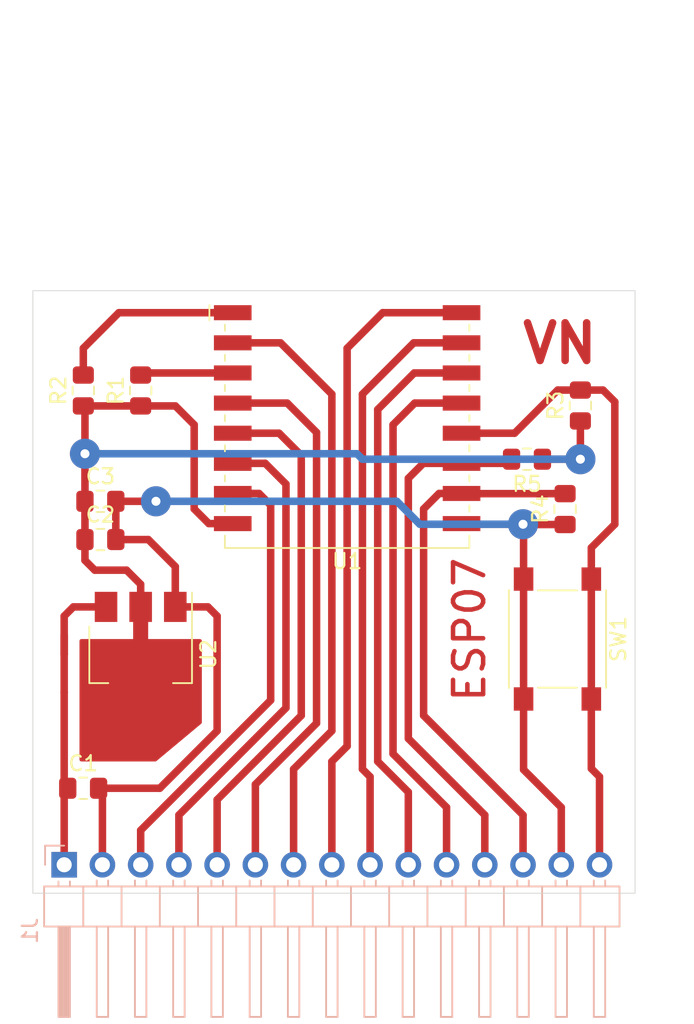
<source format=kicad_pcb>
(kicad_pcb (version 20171130) (host pcbnew "(5.1.6)-1")

  (general
    (thickness 1.6)
    (drawings 8)
    (tracks 137)
    (zones 0)
    (modules 12)
    (nets 18)
  )

  (page A4)
  (layers
    (0 F.Cu signal)
    (31 B.Cu signal)
    (32 B.Adhes user)
    (33 F.Adhes user)
    (34 B.Paste user)
    (35 F.Paste user)
    (36 B.SilkS user)
    (37 F.SilkS user)
    (38 B.Mask user)
    (39 F.Mask user)
    (40 Dwgs.User user)
    (41 Cmts.User user)
    (42 Eco1.User user)
    (43 Eco2.User user)
    (44 Edge.Cuts user)
    (45 Margin user)
    (46 B.CrtYd user)
    (47 F.CrtYd user)
    (48 B.Fab user)
    (49 F.Fab user)
  )

  (setup
    (last_trace_width 0.5)
    (user_trace_width 0.3)
    (user_trace_width 0.5)
    (user_trace_width 1)
    (trace_clearance 0.2)
    (zone_clearance 0.508)
    (zone_45_only no)
    (trace_min 0.2)
    (via_size 0.8)
    (via_drill 0.4)
    (via_min_size 0.4)
    (via_min_drill 0.3)
    (user_via 2 0.6)
    (uvia_size 0.3)
    (uvia_drill 0.1)
    (uvias_allowed no)
    (uvia_min_size 0.2)
    (uvia_min_drill 0.1)
    (edge_width 0.05)
    (segment_width 0.2)
    (pcb_text_width 0.3)
    (pcb_text_size 1.5 1.5)
    (mod_edge_width 0.12)
    (mod_text_size 1 1)
    (mod_text_width 0.15)
    (pad_size 1.524 1.524)
    (pad_drill 0.762)
    (pad_to_mask_clearance 0.05)
    (aux_axis_origin 130 120)
    (grid_origin 130 120)
    (visible_elements FFFFFF7F)
    (pcbplotparams
      (layerselection 0x00000_7fffffff)
      (usegerberextensions false)
      (usegerberattributes true)
      (usegerberadvancedattributes true)
      (creategerberjobfile true)
      (excludeedgelayer false)
      (linewidth 0.100000)
      (plotframeref false)
      (viasonmask false)
      (mode 1)
      (useauxorigin false)
      (hpglpennumber 1)
      (hpglpenspeed 20)
      (hpglpendiameter 15.000000)
      (psnegative false)
      (psa4output false)
      (plotreference true)
      (plotvalue true)
      (plotinvisibletext false)
      (padsonsilk false)
      (subtractmaskfromsilk false)
      (outputformat 5)
      (mirror true)
      (drillshape 1)
      (scaleselection 1)
      (outputdirectory "toner_transfer_svg/"))
  )

  (net 0 "")
  (net 1 GND)
  (net 2 +5V)
  (net 3 +3V3)
  (net 4 /GPIO0)
  (net 5 /GPIO1)
  (net 6 /GPIO2)
  (net 7 /GPIO3)
  (net 8 /GPIO4)
  (net 9 /GPIO5)
  (net 10 /GPIO12)
  (net 11 /GPIO13)
  (net 12 /GPIO14)
  (net 13 /GPIO15)
  (net 14 /GPIO16)
  (net 15 /ADC)
  (net 16 /EN)
  (net 17 /~RST)

  (net_class Default "This is the default net class."
    (clearance 0.2)
    (trace_width 0.25)
    (via_dia 0.8)
    (via_drill 0.4)
    (uvia_dia 0.3)
    (uvia_drill 0.1)
    (add_net +3V3)
    (add_net +5V)
    (add_net /ADC)
    (add_net /EN)
    (add_net /GPIO0)
    (add_net /GPIO1)
    (add_net /GPIO12)
    (add_net /GPIO13)
    (add_net /GPIO14)
    (add_net /GPIO15)
    (add_net /GPIO16)
    (add_net /GPIO2)
    (add_net /GPIO3)
    (add_net /GPIO4)
    (add_net /GPIO5)
    (add_net /~RST)
    (add_net GND)
  )

  (module RF_Module:ESP-07 (layer F.Cu) (tedit 5B1D6972) (tstamp 5F616E2A)
    (at 150.876 86.36)
    (descr "Wi-Fi Module, http://wiki.ai-thinker.com/_media/esp8266/docs/a007ps01a2_esp-07_product_specification_v1.2.pdf")
    (tags "Wi-Fi Module")
    (path /5F5FBE12)
    (attr smd)
    (fp_text reference U1 (at 0 11.6) (layer F.SilkS)
      (effects (font (size 1 1) (thickness 0.15)))
    )
    (fp_text value ESP-07 (at 0 9.6) (layer F.Fab)
      (effects (font (size 1 1) (thickness 0.15)))
    )
    (fp_text user "No metal, traces, or components\non any PCB layer if using on-board antenna" (at 0 -14.3 180) (layer Cmts.User)
      (effects (font (size 0.8 0.8) (thickness 0.12)))
    )
    (fp_text user "KEEP-OUT ZONE" (at 0 -17.3 180) (layer Cmts.User)
      (effects (font (size 1 1) (thickness 0.15)))
    )
    (fp_text user %R (at 0 0) (layer F.Fab)
      (effects (font (size 1 1) (thickness 0.15)))
    )
    (fp_line (start 8.12 -3.7) (end 8.12 -4.1) (layer F.SilkS) (width 0.12))
    (fp_line (start -8.12 -3.7) (end -8.12 -4.1) (layer F.SilkS) (width 0.12))
    (fp_line (start 8.12 -1.7) (end 8.12 -2.1) (layer F.SilkS) (width 0.12))
    (fp_line (start -8.12 -1.7) (end -8.12 -2.1) (layer F.SilkS) (width 0.12))
    (fp_line (start 8.12 0.3) (end 8.12 -0.1) (layer F.SilkS) (width 0.12))
    (fp_line (start -8.12 0.3) (end -8.12 -0.1) (layer F.SilkS) (width 0.12))
    (fp_line (start 8.12 2.3) (end 8.12 1.9) (layer F.SilkS) (width 0.12))
    (fp_line (start -8.12 2.3) (end -8.12 1.9) (layer F.SilkS) (width 0.12))
    (fp_line (start 8.12 4.3) (end 8.12 3.9) (layer F.SilkS) (width 0.12))
    (fp_line (start -8.12 4.3) (end -8.12 3.9) (layer F.SilkS) (width 0.12))
    (fp_line (start 8.12 6.3) (end 8.12 5.9) (layer F.SilkS) (width 0.12))
    (fp_line (start -8.12 6.3) (end -8.12 5.9) (layer F.SilkS) (width 0.12))
    (fp_line (start 8.12 8.3) (end 8.12 7.9) (layer F.SilkS) (width 0.12))
    (fp_line (start -8.12 8.3) (end -8.12 7.9) (layer F.SilkS) (width 0.12))
    (fp_line (start 23 -8.6) (end 20.4 -6) (layer Dwgs.User) (width 0.12))
    (fp_line (start 23 -11.6) (end 17.4 -6) (layer Dwgs.User) (width 0.12))
    (fp_line (start 23 -14.6) (end 14.4 -6) (layer Dwgs.User) (width 0.12))
    (fp_line (start 23 -17.6) (end 11.4 -6) (layer Dwgs.User) (width 0.12))
    (fp_line (start 23 -20.6) (end 8.4 -6) (layer Dwgs.User) (width 0.12))
    (fp_line (start 5.4 -6) (end 23 -23.6) (layer Dwgs.User) (width 0.12))
    (fp_line (start 19 -25.6) (end -0.6 -6) (layer Dwgs.User) (width 0.12))
    (fp_line (start 16 -25.6) (end -3.6 -6) (layer Dwgs.User) (width 0.12))
    (fp_line (start 2.4 -6) (end 22 -25.6) (layer Dwgs.User) (width 0.12))
    (fp_line (start 7 -25.6) (end -12.6 -6) (layer Dwgs.User) (width 0.12))
    (fp_line (start 10 -25.6) (end -9.6 -6) (layer Dwgs.User) (width 0.12))
    (fp_line (start -6.6 -6) (end 13 -25.6) (layer Dwgs.User) (width 0.12))
    (fp_line (start -15.6 -6) (end 4 -25.6) (layer Dwgs.User) (width 0.12))
    (fp_line (start 1 -25.6) (end -18.6 -6) (layer Dwgs.User) (width 0.12))
    (fp_line (start -2 -25.6) (end -21.6 -6) (layer Dwgs.User) (width 0.12))
    (fp_line (start -5 -25.6) (end -23 -7.6) (layer Dwgs.User) (width 0.12))
    (fp_line (start -8 -25.6) (end -23 -10.6) (layer Dwgs.User) (width 0.12))
    (fp_line (start -11 -25.6) (end -23 -13.6) (layer Dwgs.User) (width 0.12))
    (fp_line (start -14 -25.6) (end -23 -16.6) (layer Dwgs.User) (width 0.12))
    (fp_line (start -17 -25.6) (end -23 -19.6) (layer Dwgs.User) (width 0.12))
    (fp_line (start -20 -25.6) (end -23 -22.6) (layer Dwgs.User) (width 0.12))
    (fp_line (start 23 -6) (end 23 -25.6) (layer Dwgs.User) (width 0.12))
    (fp_line (start 23 -6) (end -23 -6) (layer Dwgs.User) (width 0.12))
    (fp_line (start -23 -25.6) (end -23 -6) (layer Dwgs.User) (width 0.12))
    (fp_line (start -23 -25.6) (end 23 -25.6) (layer Dwgs.User) (width 0.12))
    (fp_line (start -9.15 -5.4) (end -9.15 -4.4) (layer F.SilkS) (width 0.12))
    (fp_line (start -8.12 10.72) (end -8.12 9.9) (layer F.SilkS) (width 0.12))
    (fp_line (start 8.12 10.72) (end -8.12 10.72) (layer F.SilkS) (width 0.12))
    (fp_line (start 8.12 9.9) (end 8.12 10.72) (layer F.SilkS) (width 0.12))
    (fp_line (start -9.1 10.85) (end -9.1 -10.85) (layer F.CrtYd) (width 0.05))
    (fp_line (start 9.1 10.85) (end -9.1 10.85) (layer F.CrtYd) (width 0.05))
    (fp_line (start 9.1 -10.85) (end 9.1 10.85) (layer F.CrtYd) (width 0.05))
    (fp_line (start -9.1 -10.85) (end 9.1 -10.85) (layer F.CrtYd) (width 0.05))
    (fp_line (start -8 -5.4) (end -8 -10.6) (layer F.Fab) (width 0.1))
    (fp_line (start -7.5 -4.9) (end -8 -5.4) (layer F.Fab) (width 0.1))
    (fp_line (start -8 -4.4) (end -7.5 -4.9) (layer F.Fab) (width 0.1))
    (fp_line (start -8 10.6) (end -8 -4.4) (layer F.Fab) (width 0.1))
    (fp_line (start 8 10.6) (end -8 10.6) (layer F.Fab) (width 0.1))
    (fp_line (start 8 -10.6) (end 8 10.6) (layer F.Fab) (width 0.1))
    (fp_line (start -8 -10.6) (end 8 -10.6) (layer F.Fab) (width 0.1))
    (pad 1 smd rect (at -7.6 -4.9) (size 2.5 1) (layers F.Cu F.Paste F.Mask)
      (net 17 /~RST))
    (pad 2 smd rect (at -7.6 -2.9) (size 2.5 1) (layers F.Cu F.Paste F.Mask)
      (net 15 /ADC))
    (pad 3 smd rect (at -7.6 -0.9) (size 2.5 1) (layers F.Cu F.Paste F.Mask)
      (net 16 /EN))
    (pad 4 smd rect (at -7.6 1.1) (size 2.5 1) (layers F.Cu F.Paste F.Mask)
      (net 14 /GPIO16))
    (pad 5 smd rect (at -7.6 3.1) (size 2.5 1) (layers F.Cu F.Paste F.Mask)
      (net 12 /GPIO14))
    (pad 6 smd rect (at -7.6 5.1) (size 2.5 1) (layers F.Cu F.Paste F.Mask)
      (net 10 /GPIO12))
    (pad 7 smd rect (at -7.6 7.1) (size 2.5 1) (layers F.Cu F.Paste F.Mask)
      (net 11 /GPIO13))
    (pad 8 smd rect (at -7.6 9.1) (size 2.5 1) (layers F.Cu F.Paste F.Mask)
      (net 3 +3V3))
    (pad 9 smd rect (at 7.6 9.1) (size 2.5 1) (layers F.Cu F.Paste F.Mask)
      (net 1 GND))
    (pad 10 smd rect (at 7.6 7.1) (size 2.5 1) (layers F.Cu F.Paste F.Mask)
      (net 13 /GPIO15))
    (pad 11 smd rect (at 7.6 5.1) (size 2.5 1) (layers F.Cu F.Paste F.Mask)
      (net 6 /GPIO2))
    (pad 12 smd rect (at 7.6 3.1) (size 2.5 1) (layers F.Cu F.Paste F.Mask)
      (net 4 /GPIO0))
    (pad 13 smd rect (at 7.6 1.1) (size 2.5 1) (layers F.Cu F.Paste F.Mask)
      (net 8 /GPIO4))
    (pad 14 smd rect (at 7.6 -0.9) (size 2.5 1) (layers F.Cu F.Paste F.Mask)
      (net 9 /GPIO5))
    (pad 15 smd rect (at 7.6 -2.9) (size 2.5 1) (layers F.Cu F.Paste F.Mask)
      (net 7 /GPIO3))
    (pad 16 smd rect (at 7.6 -4.9) (size 2.5 1) (layers F.Cu F.Paste F.Mask)
      (net 5 /GPIO1))
    (model ${KISYS3DMOD}/RF_Module.3dshapes/ESP-07.wrl
      (at (xyz 0 0 0))
      (scale (xyz 1 1 1))
      (rotate (xyz 0 0 0))
    )
  )

  (module Package_TO_SOT_SMD:SOT-223-3_TabPin2 (layer F.Cu) (tedit 5A02FF57) (tstamp 5F613A5D)
    (at 137.16 104.14 270)
    (descr "module CMS SOT223 4 pins")
    (tags "CMS SOT")
    (path /5F608F2D)
    (attr smd)
    (fp_text reference U2 (at 0 -4.5 90) (layer F.SilkS)
      (effects (font (size 1 1) (thickness 0.15)))
    )
    (fp_text value LD1117S33TR_SOT223 (at 0 4.5 90) (layer F.Fab)
      (effects (font (size 1 1) (thickness 0.15)))
    )
    (fp_text user %R (at 0 0) (layer F.Fab)
      (effects (font (size 0.8 0.8) (thickness 0.12)))
    )
    (fp_line (start 1.91 3.41) (end 1.91 2.15) (layer F.SilkS) (width 0.12))
    (fp_line (start 1.91 -3.41) (end 1.91 -2.15) (layer F.SilkS) (width 0.12))
    (fp_line (start 4.4 -3.6) (end -4.4 -3.6) (layer F.CrtYd) (width 0.05))
    (fp_line (start 4.4 3.6) (end 4.4 -3.6) (layer F.CrtYd) (width 0.05))
    (fp_line (start -4.4 3.6) (end 4.4 3.6) (layer F.CrtYd) (width 0.05))
    (fp_line (start -4.4 -3.6) (end -4.4 3.6) (layer F.CrtYd) (width 0.05))
    (fp_line (start -1.85 -2.35) (end -0.85 -3.35) (layer F.Fab) (width 0.1))
    (fp_line (start -1.85 -2.35) (end -1.85 3.35) (layer F.Fab) (width 0.1))
    (fp_line (start -1.85 3.41) (end 1.91 3.41) (layer F.SilkS) (width 0.12))
    (fp_line (start -0.85 -3.35) (end 1.85 -3.35) (layer F.Fab) (width 0.1))
    (fp_line (start -4.1 -3.41) (end 1.91 -3.41) (layer F.SilkS) (width 0.12))
    (fp_line (start -1.85 3.35) (end 1.85 3.35) (layer F.Fab) (width 0.1))
    (fp_line (start 1.85 -3.35) (end 1.85 3.35) (layer F.Fab) (width 0.1))
    (pad 1 smd rect (at -3.15 -2.3 270) (size 2 1.5) (layers F.Cu F.Paste F.Mask)
      (net 1 GND))
    (pad 3 smd rect (at -3.15 2.3 270) (size 2 1.5) (layers F.Cu F.Paste F.Mask)
      (net 2 +5V))
    (pad 2 smd rect (at -3.15 0 270) (size 2 1.5) (layers F.Cu F.Paste F.Mask)
      (net 3 +3V3))
    (pad 2 smd rect (at 3.15 0 270) (size 2 3.8) (layers F.Cu F.Paste F.Mask)
      (net 3 +3V3))
    (model ${KISYS3DMOD}/Package_TO_SOT_SMD.3dshapes/SOT-223.wrl
      (at (xyz 0 0 0))
      (scale (xyz 1 1 1))
      (rotate (xyz 0 0 0))
    )
  )

  (module Button_Switch_SMD:SW_SPST_PTS645 (layer F.Cu) (tedit 5A02FC95) (tstamp 5F611FDB)
    (at 164.846 103.124 270)
    (descr "C&K Components SPST SMD PTS645 Series 6mm Tact Switch")
    (tags "SPST Button Switch")
    (path /5F5FF000)
    (attr smd)
    (fp_text reference SW1 (at 0 -4.05 90) (layer F.SilkS)
      (effects (font (size 1 1) (thickness 0.15)))
    )
    (fp_text value FLASH (at 0 4.15 90) (layer F.Fab)
      (effects (font (size 1 1) (thickness 0.15)))
    )
    (fp_text user %R (at 0 -4.05 90) (layer F.Fab)
      (effects (font (size 1 1) (thickness 0.15)))
    )
    (fp_line (start -3 -3) (end -3 3) (layer F.Fab) (width 0.1))
    (fp_line (start -3 3) (end 3 3) (layer F.Fab) (width 0.1))
    (fp_line (start 3 3) (end 3 -3) (layer F.Fab) (width 0.1))
    (fp_line (start 3 -3) (end -3 -3) (layer F.Fab) (width 0.1))
    (fp_line (start 5.05 3.4) (end 5.05 -3.4) (layer F.CrtYd) (width 0.05))
    (fp_line (start -5.05 -3.4) (end -5.05 3.4) (layer F.CrtYd) (width 0.05))
    (fp_line (start -5.05 3.4) (end 5.05 3.4) (layer F.CrtYd) (width 0.05))
    (fp_line (start -5.05 -3.4) (end 5.05 -3.4) (layer F.CrtYd) (width 0.05))
    (fp_line (start 3.23 -3.23) (end 3.23 -3.2) (layer F.SilkS) (width 0.12))
    (fp_line (start 3.23 3.23) (end 3.23 3.2) (layer F.SilkS) (width 0.12))
    (fp_line (start -3.23 3.23) (end -3.23 3.2) (layer F.SilkS) (width 0.12))
    (fp_line (start -3.23 -3.2) (end -3.23 -3.23) (layer F.SilkS) (width 0.12))
    (fp_line (start 3.23 -1.3) (end 3.23 1.3) (layer F.SilkS) (width 0.12))
    (fp_line (start -3.23 -3.23) (end 3.23 -3.23) (layer F.SilkS) (width 0.12))
    (fp_line (start -3.23 -1.3) (end -3.23 1.3) (layer F.SilkS) (width 0.12))
    (fp_line (start -3.23 3.23) (end 3.23 3.23) (layer F.SilkS) (width 0.12))
    (fp_circle (center 0 0) (end 1.75 -0.05) (layer F.Fab) (width 0.1))
    (pad 2 smd rect (at 3.98 2.25 270) (size 1.55 1.3) (layers F.Cu F.Paste F.Mask)
      (net 1 GND))
    (pad 1 smd rect (at 3.98 -2.25 270) (size 1.55 1.3) (layers F.Cu F.Paste F.Mask)
      (net 4 /GPIO0))
    (pad 1 smd rect (at -3.98 -2.25 270) (size 1.55 1.3) (layers F.Cu F.Paste F.Mask)
      (net 4 /GPIO0))
    (pad 2 smd rect (at -3.98 2.25 270) (size 1.55 1.3) (layers F.Cu F.Paste F.Mask)
      (net 1 GND))
    (model ${KISYS3DMOD}/Button_Switch_SMD.3dshapes/SW_SPST_PTS645.wrl
      (at (xyz 0 0 0))
      (scale (xyz 1 1 1))
      (rotate (xyz 0 0 0))
    )
  )

  (module Resistor_SMD:R_0805_2012Metric_Pad1.15x1.40mm_HandSolder (layer F.Cu) (tedit 5B36C52B) (tstamp 5F611FC1)
    (at 162.823 91.186 180)
    (descr "Resistor SMD 0805 (2012 Metric), square (rectangular) end terminal, IPC_7351 nominal with elongated pad for handsoldering. (Body size source: https://docs.google.com/spreadsheets/d/1BsfQQcO9C6DZCsRaXUlFlo91Tg2WpOkGARC1WS5S8t0/edit?usp=sharing), generated with kicad-footprint-generator")
    (tags "resistor handsolder")
    (path /5F601A67)
    (attr smd)
    (fp_text reference R5 (at 0 -1.65) (layer F.SilkS)
      (effects (font (size 1 1) (thickness 0.15)))
    )
    (fp_text value 10K (at 0 1.65) (layer F.Fab)
      (effects (font (size 1 1) (thickness 0.15)))
    )
    (fp_text user %R (at 0 0) (layer F.Fab)
      (effects (font (size 0.5 0.5) (thickness 0.08)))
    )
    (fp_line (start -1 0.6) (end -1 -0.6) (layer F.Fab) (width 0.1))
    (fp_line (start -1 -0.6) (end 1 -0.6) (layer F.Fab) (width 0.1))
    (fp_line (start 1 -0.6) (end 1 0.6) (layer F.Fab) (width 0.1))
    (fp_line (start 1 0.6) (end -1 0.6) (layer F.Fab) (width 0.1))
    (fp_line (start -0.261252 -0.71) (end 0.261252 -0.71) (layer F.SilkS) (width 0.12))
    (fp_line (start -0.261252 0.71) (end 0.261252 0.71) (layer F.SilkS) (width 0.12))
    (fp_line (start -1.85 0.95) (end -1.85 -0.95) (layer F.CrtYd) (width 0.05))
    (fp_line (start -1.85 -0.95) (end 1.85 -0.95) (layer F.CrtYd) (width 0.05))
    (fp_line (start 1.85 -0.95) (end 1.85 0.95) (layer F.CrtYd) (width 0.05))
    (fp_line (start 1.85 0.95) (end -1.85 0.95) (layer F.CrtYd) (width 0.05))
    (pad 2 smd roundrect (at 1.025 0 180) (size 1.15 1.4) (layers F.Cu F.Paste F.Mask) (roundrect_rratio 0.217391)
      (net 6 /GPIO2))
    (pad 1 smd roundrect (at -1.025 0 180) (size 1.15 1.4) (layers F.Cu F.Paste F.Mask) (roundrect_rratio 0.217391)
      (net 3 +3V3))
    (model ${KISYS3DMOD}/Resistor_SMD.3dshapes/R_0805_2012Metric.wrl
      (at (xyz 0 0 0))
      (scale (xyz 1 1 1))
      (rotate (xyz 0 0 0))
    )
  )

  (module Resistor_SMD:R_0805_2012Metric_Pad1.15x1.40mm_HandSolder (layer F.Cu) (tedit 5B36C52B) (tstamp 5F611FB0)
    (at 165.354 94.497 90)
    (descr "Resistor SMD 0805 (2012 Metric), square (rectangular) end terminal, IPC_7351 nominal with elongated pad for handsoldering. (Body size source: https://docs.google.com/spreadsheets/d/1BsfQQcO9C6DZCsRaXUlFlo91Tg2WpOkGARC1WS5S8t0/edit?usp=sharing), generated with kicad-footprint-generator")
    (tags "resistor handsolder")
    (path /5F5FF9FB)
    (attr smd)
    (fp_text reference R4 (at 0 -1.65 90) (layer F.SilkS)
      (effects (font (size 1 1) (thickness 0.15)))
    )
    (fp_text value 10K (at 0 1.65 90) (layer F.Fab)
      (effects (font (size 1 1) (thickness 0.15)))
    )
    (fp_text user %R (at 0 0 90) (layer F.Fab)
      (effects (font (size 0.5 0.5) (thickness 0.08)))
    )
    (fp_line (start -1 0.6) (end -1 -0.6) (layer F.Fab) (width 0.1))
    (fp_line (start -1 -0.6) (end 1 -0.6) (layer F.Fab) (width 0.1))
    (fp_line (start 1 -0.6) (end 1 0.6) (layer F.Fab) (width 0.1))
    (fp_line (start 1 0.6) (end -1 0.6) (layer F.Fab) (width 0.1))
    (fp_line (start -0.261252 -0.71) (end 0.261252 -0.71) (layer F.SilkS) (width 0.12))
    (fp_line (start -0.261252 0.71) (end 0.261252 0.71) (layer F.SilkS) (width 0.12))
    (fp_line (start -1.85 0.95) (end -1.85 -0.95) (layer F.CrtYd) (width 0.05))
    (fp_line (start -1.85 -0.95) (end 1.85 -0.95) (layer F.CrtYd) (width 0.05))
    (fp_line (start 1.85 -0.95) (end 1.85 0.95) (layer F.CrtYd) (width 0.05))
    (fp_line (start 1.85 0.95) (end -1.85 0.95) (layer F.CrtYd) (width 0.05))
    (pad 2 smd roundrect (at 1.025 0 90) (size 1.15 1.4) (layers F.Cu F.Paste F.Mask) (roundrect_rratio 0.217391)
      (net 13 /GPIO15))
    (pad 1 smd roundrect (at -1.025 0 90) (size 1.15 1.4) (layers F.Cu F.Paste F.Mask) (roundrect_rratio 0.217391)
      (net 1 GND))
    (model ${KISYS3DMOD}/Resistor_SMD.3dshapes/R_0805_2012Metric.wrl
      (at (xyz 0 0 0))
      (scale (xyz 1 1 1))
      (rotate (xyz 0 0 0))
    )
  )

  (module Resistor_SMD:R_0805_2012Metric_Pad1.15x1.40mm_HandSolder (layer F.Cu) (tedit 5B36C52B) (tstamp 5F615B14)
    (at 166.37 87.621 90)
    (descr "Resistor SMD 0805 (2012 Metric), square (rectangular) end terminal, IPC_7351 nominal with elongated pad for handsoldering. (Body size source: https://docs.google.com/spreadsheets/d/1BsfQQcO9C6DZCsRaXUlFlo91Tg2WpOkGARC1WS5S8t0/edit?usp=sharing), generated with kicad-footprint-generator")
    (tags "resistor handsolder")
    (path /5F5FDF46)
    (attr smd)
    (fp_text reference R3 (at 0 -1.65 90) (layer F.SilkS)
      (effects (font (size 1 1) (thickness 0.15)))
    )
    (fp_text value 10K (at 0 1.65 90) (layer F.Fab)
      (effects (font (size 1 1) (thickness 0.15)))
    )
    (fp_text user %R (at 0 0 90) (layer F.Fab)
      (effects (font (size 0.5 0.5) (thickness 0.08)))
    )
    (fp_line (start -1 0.6) (end -1 -0.6) (layer F.Fab) (width 0.1))
    (fp_line (start -1 -0.6) (end 1 -0.6) (layer F.Fab) (width 0.1))
    (fp_line (start 1 -0.6) (end 1 0.6) (layer F.Fab) (width 0.1))
    (fp_line (start 1 0.6) (end -1 0.6) (layer F.Fab) (width 0.1))
    (fp_line (start -0.261252 -0.71) (end 0.261252 -0.71) (layer F.SilkS) (width 0.12))
    (fp_line (start -0.261252 0.71) (end 0.261252 0.71) (layer F.SilkS) (width 0.12))
    (fp_line (start -1.85 0.95) (end -1.85 -0.95) (layer F.CrtYd) (width 0.05))
    (fp_line (start -1.85 -0.95) (end 1.85 -0.95) (layer F.CrtYd) (width 0.05))
    (fp_line (start 1.85 -0.95) (end 1.85 0.95) (layer F.CrtYd) (width 0.05))
    (fp_line (start 1.85 0.95) (end -1.85 0.95) (layer F.CrtYd) (width 0.05))
    (pad 2 smd roundrect (at 1.025 0 90) (size 1.15 1.4) (layers F.Cu F.Paste F.Mask) (roundrect_rratio 0.217391)
      (net 4 /GPIO0))
    (pad 1 smd roundrect (at -1.025 0 90) (size 1.15 1.4) (layers F.Cu F.Paste F.Mask) (roundrect_rratio 0.217391)
      (net 3 +3V3))
    (model ${KISYS3DMOD}/Resistor_SMD.3dshapes/R_0805_2012Metric.wrl
      (at (xyz 0 0 0))
      (scale (xyz 1 1 1))
      (rotate (xyz 0 0 0))
    )
  )

  (module Resistor_SMD:R_0805_2012Metric_Pad1.15x1.40mm_HandSolder (layer F.Cu) (tedit 5B36C52B) (tstamp 5F611F8E)
    (at 133.35 86.623 90)
    (descr "Resistor SMD 0805 (2012 Metric), square (rectangular) end terminal, IPC_7351 nominal with elongated pad for handsoldering. (Body size source: https://docs.google.com/spreadsheets/d/1BsfQQcO9C6DZCsRaXUlFlo91Tg2WpOkGARC1WS5S8t0/edit?usp=sharing), generated with kicad-footprint-generator")
    (tags "resistor handsolder")
    (path /5F6065BB)
    (attr smd)
    (fp_text reference R2 (at 0 -1.65 90) (layer F.SilkS)
      (effects (font (size 1 1) (thickness 0.15)))
    )
    (fp_text value 10K (at 0 1.65 90) (layer F.Fab)
      (effects (font (size 1 1) (thickness 0.15)))
    )
    (fp_text user %R (at 0 0 90) (layer F.Fab)
      (effects (font (size 0.5 0.5) (thickness 0.08)))
    )
    (fp_line (start -1 0.6) (end -1 -0.6) (layer F.Fab) (width 0.1))
    (fp_line (start -1 -0.6) (end 1 -0.6) (layer F.Fab) (width 0.1))
    (fp_line (start 1 -0.6) (end 1 0.6) (layer F.Fab) (width 0.1))
    (fp_line (start 1 0.6) (end -1 0.6) (layer F.Fab) (width 0.1))
    (fp_line (start -0.261252 -0.71) (end 0.261252 -0.71) (layer F.SilkS) (width 0.12))
    (fp_line (start -0.261252 0.71) (end 0.261252 0.71) (layer F.SilkS) (width 0.12))
    (fp_line (start -1.85 0.95) (end -1.85 -0.95) (layer F.CrtYd) (width 0.05))
    (fp_line (start -1.85 -0.95) (end 1.85 -0.95) (layer F.CrtYd) (width 0.05))
    (fp_line (start 1.85 -0.95) (end 1.85 0.95) (layer F.CrtYd) (width 0.05))
    (fp_line (start 1.85 0.95) (end -1.85 0.95) (layer F.CrtYd) (width 0.05))
    (pad 2 smd roundrect (at 1.025 0 90) (size 1.15 1.4) (layers F.Cu F.Paste F.Mask) (roundrect_rratio 0.217391)
      (net 17 /~RST))
    (pad 1 smd roundrect (at -1.025 0 90) (size 1.15 1.4) (layers F.Cu F.Paste F.Mask) (roundrect_rratio 0.217391)
      (net 3 +3V3))
    (model ${KISYS3DMOD}/Resistor_SMD.3dshapes/R_0805_2012Metric.wrl
      (at (xyz 0 0 0))
      (scale (xyz 1 1 1))
      (rotate (xyz 0 0 0))
    )
  )

  (module Resistor_SMD:R_0805_2012Metric_Pad1.15x1.40mm_HandSolder (layer F.Cu) (tedit 5B36C52B) (tstamp 5F611F7D)
    (at 137.16 86.623 90)
    (descr "Resistor SMD 0805 (2012 Metric), square (rectangular) end terminal, IPC_7351 nominal with elongated pad for handsoldering. (Body size source: https://docs.google.com/spreadsheets/d/1BsfQQcO9C6DZCsRaXUlFlo91Tg2WpOkGARC1WS5S8t0/edit?usp=sharing), generated with kicad-footprint-generator")
    (tags "resistor handsolder")
    (path /5F603414)
    (attr smd)
    (fp_text reference R1 (at 0 -1.65 90) (layer F.SilkS)
      (effects (font (size 1 1) (thickness 0.15)))
    )
    (fp_text value 10K (at 0 1.65 90) (layer F.Fab)
      (effects (font (size 1 1) (thickness 0.15)))
    )
    (fp_text user %R (at 0 0 90) (layer F.Fab)
      (effects (font (size 0.5 0.5) (thickness 0.08)))
    )
    (fp_line (start -1 0.6) (end -1 -0.6) (layer F.Fab) (width 0.1))
    (fp_line (start -1 -0.6) (end 1 -0.6) (layer F.Fab) (width 0.1))
    (fp_line (start 1 -0.6) (end 1 0.6) (layer F.Fab) (width 0.1))
    (fp_line (start 1 0.6) (end -1 0.6) (layer F.Fab) (width 0.1))
    (fp_line (start -0.261252 -0.71) (end 0.261252 -0.71) (layer F.SilkS) (width 0.12))
    (fp_line (start -0.261252 0.71) (end 0.261252 0.71) (layer F.SilkS) (width 0.12))
    (fp_line (start -1.85 0.95) (end -1.85 -0.95) (layer F.CrtYd) (width 0.05))
    (fp_line (start -1.85 -0.95) (end 1.85 -0.95) (layer F.CrtYd) (width 0.05))
    (fp_line (start 1.85 -0.95) (end 1.85 0.95) (layer F.CrtYd) (width 0.05))
    (fp_line (start 1.85 0.95) (end -1.85 0.95) (layer F.CrtYd) (width 0.05))
    (pad 2 smd roundrect (at 1.025 0 90) (size 1.15 1.4) (layers F.Cu F.Paste F.Mask) (roundrect_rratio 0.217391)
      (net 16 /EN))
    (pad 1 smd roundrect (at -1.025 0 90) (size 1.15 1.4) (layers F.Cu F.Paste F.Mask) (roundrect_rratio 0.217391)
      (net 3 +3V3))
    (model ${KISYS3DMOD}/Resistor_SMD.3dshapes/R_0805_2012Metric.wrl
      (at (xyz 0 0 0))
      (scale (xyz 1 1 1))
      (rotate (xyz 0 0 0))
    )
  )

  (module Connector_PinHeader_2.54mm:PinHeader_1x15_P2.54mm_Horizontal (layer B.Cu) (tedit 59FED5CB) (tstamp 5F611F6C)
    (at 132.08 118.11 270)
    (descr "Through hole angled pin header, 1x15, 2.54mm pitch, 6mm pin length, single row")
    (tags "Through hole angled pin header THT 1x15 2.54mm single row")
    (path /5F6160EE)
    (fp_text reference J1 (at 4.385 2.27 270) (layer B.SilkS)
      (effects (font (size 1 1) (thickness 0.15)) (justify mirror))
    )
    (fp_text value "Module port" (at 4.385 -37.83 270) (layer B.Fab)
      (effects (font (size 1 1) (thickness 0.15)) (justify mirror))
    )
    (fp_text user %R (at 2.77 -17.78) (layer B.Fab)
      (effects (font (size 1 1) (thickness 0.15)) (justify mirror))
    )
    (fp_line (start 2.135 1.27) (end 4.04 1.27) (layer B.Fab) (width 0.1))
    (fp_line (start 4.04 1.27) (end 4.04 -36.83) (layer B.Fab) (width 0.1))
    (fp_line (start 4.04 -36.83) (end 1.5 -36.83) (layer B.Fab) (width 0.1))
    (fp_line (start 1.5 -36.83) (end 1.5 0.635) (layer B.Fab) (width 0.1))
    (fp_line (start 1.5 0.635) (end 2.135 1.27) (layer B.Fab) (width 0.1))
    (fp_line (start -0.32 0.32) (end 1.5 0.32) (layer B.Fab) (width 0.1))
    (fp_line (start -0.32 0.32) (end -0.32 -0.32) (layer B.Fab) (width 0.1))
    (fp_line (start -0.32 -0.32) (end 1.5 -0.32) (layer B.Fab) (width 0.1))
    (fp_line (start 4.04 0.32) (end 10.04 0.32) (layer B.Fab) (width 0.1))
    (fp_line (start 10.04 0.32) (end 10.04 -0.32) (layer B.Fab) (width 0.1))
    (fp_line (start 4.04 -0.32) (end 10.04 -0.32) (layer B.Fab) (width 0.1))
    (fp_line (start -0.32 -2.22) (end 1.5 -2.22) (layer B.Fab) (width 0.1))
    (fp_line (start -0.32 -2.22) (end -0.32 -2.86) (layer B.Fab) (width 0.1))
    (fp_line (start -0.32 -2.86) (end 1.5 -2.86) (layer B.Fab) (width 0.1))
    (fp_line (start 4.04 -2.22) (end 10.04 -2.22) (layer B.Fab) (width 0.1))
    (fp_line (start 10.04 -2.22) (end 10.04 -2.86) (layer B.Fab) (width 0.1))
    (fp_line (start 4.04 -2.86) (end 10.04 -2.86) (layer B.Fab) (width 0.1))
    (fp_line (start -0.32 -4.76) (end 1.5 -4.76) (layer B.Fab) (width 0.1))
    (fp_line (start -0.32 -4.76) (end -0.32 -5.4) (layer B.Fab) (width 0.1))
    (fp_line (start -0.32 -5.4) (end 1.5 -5.4) (layer B.Fab) (width 0.1))
    (fp_line (start 4.04 -4.76) (end 10.04 -4.76) (layer B.Fab) (width 0.1))
    (fp_line (start 10.04 -4.76) (end 10.04 -5.4) (layer B.Fab) (width 0.1))
    (fp_line (start 4.04 -5.4) (end 10.04 -5.4) (layer B.Fab) (width 0.1))
    (fp_line (start -0.32 -7.3) (end 1.5 -7.3) (layer B.Fab) (width 0.1))
    (fp_line (start -0.32 -7.3) (end -0.32 -7.94) (layer B.Fab) (width 0.1))
    (fp_line (start -0.32 -7.94) (end 1.5 -7.94) (layer B.Fab) (width 0.1))
    (fp_line (start 4.04 -7.3) (end 10.04 -7.3) (layer B.Fab) (width 0.1))
    (fp_line (start 10.04 -7.3) (end 10.04 -7.94) (layer B.Fab) (width 0.1))
    (fp_line (start 4.04 -7.94) (end 10.04 -7.94) (layer B.Fab) (width 0.1))
    (fp_line (start -0.32 -9.84) (end 1.5 -9.84) (layer B.Fab) (width 0.1))
    (fp_line (start -0.32 -9.84) (end -0.32 -10.48) (layer B.Fab) (width 0.1))
    (fp_line (start -0.32 -10.48) (end 1.5 -10.48) (layer B.Fab) (width 0.1))
    (fp_line (start 4.04 -9.84) (end 10.04 -9.84) (layer B.Fab) (width 0.1))
    (fp_line (start 10.04 -9.84) (end 10.04 -10.48) (layer B.Fab) (width 0.1))
    (fp_line (start 4.04 -10.48) (end 10.04 -10.48) (layer B.Fab) (width 0.1))
    (fp_line (start -0.32 -12.38) (end 1.5 -12.38) (layer B.Fab) (width 0.1))
    (fp_line (start -0.32 -12.38) (end -0.32 -13.02) (layer B.Fab) (width 0.1))
    (fp_line (start -0.32 -13.02) (end 1.5 -13.02) (layer B.Fab) (width 0.1))
    (fp_line (start 4.04 -12.38) (end 10.04 -12.38) (layer B.Fab) (width 0.1))
    (fp_line (start 10.04 -12.38) (end 10.04 -13.02) (layer B.Fab) (width 0.1))
    (fp_line (start 4.04 -13.02) (end 10.04 -13.02) (layer B.Fab) (width 0.1))
    (fp_line (start -0.32 -14.92) (end 1.5 -14.92) (layer B.Fab) (width 0.1))
    (fp_line (start -0.32 -14.92) (end -0.32 -15.56) (layer B.Fab) (width 0.1))
    (fp_line (start -0.32 -15.56) (end 1.5 -15.56) (layer B.Fab) (width 0.1))
    (fp_line (start 4.04 -14.92) (end 10.04 -14.92) (layer B.Fab) (width 0.1))
    (fp_line (start 10.04 -14.92) (end 10.04 -15.56) (layer B.Fab) (width 0.1))
    (fp_line (start 4.04 -15.56) (end 10.04 -15.56) (layer B.Fab) (width 0.1))
    (fp_line (start -0.32 -17.46) (end 1.5 -17.46) (layer B.Fab) (width 0.1))
    (fp_line (start -0.32 -17.46) (end -0.32 -18.1) (layer B.Fab) (width 0.1))
    (fp_line (start -0.32 -18.1) (end 1.5 -18.1) (layer B.Fab) (width 0.1))
    (fp_line (start 4.04 -17.46) (end 10.04 -17.46) (layer B.Fab) (width 0.1))
    (fp_line (start 10.04 -17.46) (end 10.04 -18.1) (layer B.Fab) (width 0.1))
    (fp_line (start 4.04 -18.1) (end 10.04 -18.1) (layer B.Fab) (width 0.1))
    (fp_line (start -0.32 -20) (end 1.5 -20) (layer B.Fab) (width 0.1))
    (fp_line (start -0.32 -20) (end -0.32 -20.64) (layer B.Fab) (width 0.1))
    (fp_line (start -0.32 -20.64) (end 1.5 -20.64) (layer B.Fab) (width 0.1))
    (fp_line (start 4.04 -20) (end 10.04 -20) (layer B.Fab) (width 0.1))
    (fp_line (start 10.04 -20) (end 10.04 -20.64) (layer B.Fab) (width 0.1))
    (fp_line (start 4.04 -20.64) (end 10.04 -20.64) (layer B.Fab) (width 0.1))
    (fp_line (start -0.32 -22.54) (end 1.5 -22.54) (layer B.Fab) (width 0.1))
    (fp_line (start -0.32 -22.54) (end -0.32 -23.18) (layer B.Fab) (width 0.1))
    (fp_line (start -0.32 -23.18) (end 1.5 -23.18) (layer B.Fab) (width 0.1))
    (fp_line (start 4.04 -22.54) (end 10.04 -22.54) (layer B.Fab) (width 0.1))
    (fp_line (start 10.04 -22.54) (end 10.04 -23.18) (layer B.Fab) (width 0.1))
    (fp_line (start 4.04 -23.18) (end 10.04 -23.18) (layer B.Fab) (width 0.1))
    (fp_line (start -0.32 -25.08) (end 1.5 -25.08) (layer B.Fab) (width 0.1))
    (fp_line (start -0.32 -25.08) (end -0.32 -25.72) (layer B.Fab) (width 0.1))
    (fp_line (start -0.32 -25.72) (end 1.5 -25.72) (layer B.Fab) (width 0.1))
    (fp_line (start 4.04 -25.08) (end 10.04 -25.08) (layer B.Fab) (width 0.1))
    (fp_line (start 10.04 -25.08) (end 10.04 -25.72) (layer B.Fab) (width 0.1))
    (fp_line (start 4.04 -25.72) (end 10.04 -25.72) (layer B.Fab) (width 0.1))
    (fp_line (start -0.32 -27.62) (end 1.5 -27.62) (layer B.Fab) (width 0.1))
    (fp_line (start -0.32 -27.62) (end -0.32 -28.26) (layer B.Fab) (width 0.1))
    (fp_line (start -0.32 -28.26) (end 1.5 -28.26) (layer B.Fab) (width 0.1))
    (fp_line (start 4.04 -27.62) (end 10.04 -27.62) (layer B.Fab) (width 0.1))
    (fp_line (start 10.04 -27.62) (end 10.04 -28.26) (layer B.Fab) (width 0.1))
    (fp_line (start 4.04 -28.26) (end 10.04 -28.26) (layer B.Fab) (width 0.1))
    (fp_line (start -0.32 -30.16) (end 1.5 -30.16) (layer B.Fab) (width 0.1))
    (fp_line (start -0.32 -30.16) (end -0.32 -30.8) (layer B.Fab) (width 0.1))
    (fp_line (start -0.32 -30.8) (end 1.5 -30.8) (layer B.Fab) (width 0.1))
    (fp_line (start 4.04 -30.16) (end 10.04 -30.16) (layer B.Fab) (width 0.1))
    (fp_line (start 10.04 -30.16) (end 10.04 -30.8) (layer B.Fab) (width 0.1))
    (fp_line (start 4.04 -30.8) (end 10.04 -30.8) (layer B.Fab) (width 0.1))
    (fp_line (start -0.32 -32.7) (end 1.5 -32.7) (layer B.Fab) (width 0.1))
    (fp_line (start -0.32 -32.7) (end -0.32 -33.34) (layer B.Fab) (width 0.1))
    (fp_line (start -0.32 -33.34) (end 1.5 -33.34) (layer B.Fab) (width 0.1))
    (fp_line (start 4.04 -32.7) (end 10.04 -32.7) (layer B.Fab) (width 0.1))
    (fp_line (start 10.04 -32.7) (end 10.04 -33.34) (layer B.Fab) (width 0.1))
    (fp_line (start 4.04 -33.34) (end 10.04 -33.34) (layer B.Fab) (width 0.1))
    (fp_line (start -0.32 -35.24) (end 1.5 -35.24) (layer B.Fab) (width 0.1))
    (fp_line (start -0.32 -35.24) (end -0.32 -35.88) (layer B.Fab) (width 0.1))
    (fp_line (start -0.32 -35.88) (end 1.5 -35.88) (layer B.Fab) (width 0.1))
    (fp_line (start 4.04 -35.24) (end 10.04 -35.24) (layer B.Fab) (width 0.1))
    (fp_line (start 10.04 -35.24) (end 10.04 -35.88) (layer B.Fab) (width 0.1))
    (fp_line (start 4.04 -35.88) (end 10.04 -35.88) (layer B.Fab) (width 0.1))
    (fp_line (start 1.44 1.33) (end 1.44 -36.89) (layer B.SilkS) (width 0.12))
    (fp_line (start 1.44 -36.89) (end 4.1 -36.89) (layer B.SilkS) (width 0.12))
    (fp_line (start 4.1 -36.89) (end 4.1 1.33) (layer B.SilkS) (width 0.12))
    (fp_line (start 4.1 1.33) (end 1.44 1.33) (layer B.SilkS) (width 0.12))
    (fp_line (start 4.1 0.38) (end 10.1 0.38) (layer B.SilkS) (width 0.12))
    (fp_line (start 10.1 0.38) (end 10.1 -0.38) (layer B.SilkS) (width 0.12))
    (fp_line (start 10.1 -0.38) (end 4.1 -0.38) (layer B.SilkS) (width 0.12))
    (fp_line (start 4.1 0.32) (end 10.1 0.32) (layer B.SilkS) (width 0.12))
    (fp_line (start 4.1 0.2) (end 10.1 0.2) (layer B.SilkS) (width 0.12))
    (fp_line (start 4.1 0.08) (end 10.1 0.08) (layer B.SilkS) (width 0.12))
    (fp_line (start 4.1 -0.04) (end 10.1 -0.04) (layer B.SilkS) (width 0.12))
    (fp_line (start 4.1 -0.16) (end 10.1 -0.16) (layer B.SilkS) (width 0.12))
    (fp_line (start 4.1 -0.28) (end 10.1 -0.28) (layer B.SilkS) (width 0.12))
    (fp_line (start 1.11 0.38) (end 1.44 0.38) (layer B.SilkS) (width 0.12))
    (fp_line (start 1.11 -0.38) (end 1.44 -0.38) (layer B.SilkS) (width 0.12))
    (fp_line (start 1.44 -1.27) (end 4.1 -1.27) (layer B.SilkS) (width 0.12))
    (fp_line (start 4.1 -2.16) (end 10.1 -2.16) (layer B.SilkS) (width 0.12))
    (fp_line (start 10.1 -2.16) (end 10.1 -2.92) (layer B.SilkS) (width 0.12))
    (fp_line (start 10.1 -2.92) (end 4.1 -2.92) (layer B.SilkS) (width 0.12))
    (fp_line (start 1.042929 -2.16) (end 1.44 -2.16) (layer B.SilkS) (width 0.12))
    (fp_line (start 1.042929 -2.92) (end 1.44 -2.92) (layer B.SilkS) (width 0.12))
    (fp_line (start 1.44 -3.81) (end 4.1 -3.81) (layer B.SilkS) (width 0.12))
    (fp_line (start 4.1 -4.7) (end 10.1 -4.7) (layer B.SilkS) (width 0.12))
    (fp_line (start 10.1 -4.7) (end 10.1 -5.46) (layer B.SilkS) (width 0.12))
    (fp_line (start 10.1 -5.46) (end 4.1 -5.46) (layer B.SilkS) (width 0.12))
    (fp_line (start 1.042929 -4.7) (end 1.44 -4.7) (layer B.SilkS) (width 0.12))
    (fp_line (start 1.042929 -5.46) (end 1.44 -5.46) (layer B.SilkS) (width 0.12))
    (fp_line (start 1.44 -6.35) (end 4.1 -6.35) (layer B.SilkS) (width 0.12))
    (fp_line (start 4.1 -7.24) (end 10.1 -7.24) (layer B.SilkS) (width 0.12))
    (fp_line (start 10.1 -7.24) (end 10.1 -8) (layer B.SilkS) (width 0.12))
    (fp_line (start 10.1 -8) (end 4.1 -8) (layer B.SilkS) (width 0.12))
    (fp_line (start 1.042929 -7.24) (end 1.44 -7.24) (layer B.SilkS) (width 0.12))
    (fp_line (start 1.042929 -8) (end 1.44 -8) (layer B.SilkS) (width 0.12))
    (fp_line (start 1.44 -8.89) (end 4.1 -8.89) (layer B.SilkS) (width 0.12))
    (fp_line (start 4.1 -9.78) (end 10.1 -9.78) (layer B.SilkS) (width 0.12))
    (fp_line (start 10.1 -9.78) (end 10.1 -10.54) (layer B.SilkS) (width 0.12))
    (fp_line (start 10.1 -10.54) (end 4.1 -10.54) (layer B.SilkS) (width 0.12))
    (fp_line (start 1.042929 -9.78) (end 1.44 -9.78) (layer B.SilkS) (width 0.12))
    (fp_line (start 1.042929 -10.54) (end 1.44 -10.54) (layer B.SilkS) (width 0.12))
    (fp_line (start 1.44 -11.43) (end 4.1 -11.43) (layer B.SilkS) (width 0.12))
    (fp_line (start 4.1 -12.32) (end 10.1 -12.32) (layer B.SilkS) (width 0.12))
    (fp_line (start 10.1 -12.32) (end 10.1 -13.08) (layer B.SilkS) (width 0.12))
    (fp_line (start 10.1 -13.08) (end 4.1 -13.08) (layer B.SilkS) (width 0.12))
    (fp_line (start 1.042929 -12.32) (end 1.44 -12.32) (layer B.SilkS) (width 0.12))
    (fp_line (start 1.042929 -13.08) (end 1.44 -13.08) (layer B.SilkS) (width 0.12))
    (fp_line (start 1.44 -13.97) (end 4.1 -13.97) (layer B.SilkS) (width 0.12))
    (fp_line (start 4.1 -14.86) (end 10.1 -14.86) (layer B.SilkS) (width 0.12))
    (fp_line (start 10.1 -14.86) (end 10.1 -15.62) (layer B.SilkS) (width 0.12))
    (fp_line (start 10.1 -15.62) (end 4.1 -15.62) (layer B.SilkS) (width 0.12))
    (fp_line (start 1.042929 -14.86) (end 1.44 -14.86) (layer B.SilkS) (width 0.12))
    (fp_line (start 1.042929 -15.62) (end 1.44 -15.62) (layer B.SilkS) (width 0.12))
    (fp_line (start 1.44 -16.51) (end 4.1 -16.51) (layer B.SilkS) (width 0.12))
    (fp_line (start 4.1 -17.4) (end 10.1 -17.4) (layer B.SilkS) (width 0.12))
    (fp_line (start 10.1 -17.4) (end 10.1 -18.16) (layer B.SilkS) (width 0.12))
    (fp_line (start 10.1 -18.16) (end 4.1 -18.16) (layer B.SilkS) (width 0.12))
    (fp_line (start 1.042929 -17.4) (end 1.44 -17.4) (layer B.SilkS) (width 0.12))
    (fp_line (start 1.042929 -18.16) (end 1.44 -18.16) (layer B.SilkS) (width 0.12))
    (fp_line (start 1.44 -19.05) (end 4.1 -19.05) (layer B.SilkS) (width 0.12))
    (fp_line (start 4.1 -19.94) (end 10.1 -19.94) (layer B.SilkS) (width 0.12))
    (fp_line (start 10.1 -19.94) (end 10.1 -20.7) (layer B.SilkS) (width 0.12))
    (fp_line (start 10.1 -20.7) (end 4.1 -20.7) (layer B.SilkS) (width 0.12))
    (fp_line (start 1.042929 -19.94) (end 1.44 -19.94) (layer B.SilkS) (width 0.12))
    (fp_line (start 1.042929 -20.7) (end 1.44 -20.7) (layer B.SilkS) (width 0.12))
    (fp_line (start 1.44 -21.59) (end 4.1 -21.59) (layer B.SilkS) (width 0.12))
    (fp_line (start 4.1 -22.48) (end 10.1 -22.48) (layer B.SilkS) (width 0.12))
    (fp_line (start 10.1 -22.48) (end 10.1 -23.24) (layer B.SilkS) (width 0.12))
    (fp_line (start 10.1 -23.24) (end 4.1 -23.24) (layer B.SilkS) (width 0.12))
    (fp_line (start 1.042929 -22.48) (end 1.44 -22.48) (layer B.SilkS) (width 0.12))
    (fp_line (start 1.042929 -23.24) (end 1.44 -23.24) (layer B.SilkS) (width 0.12))
    (fp_line (start 1.44 -24.13) (end 4.1 -24.13) (layer B.SilkS) (width 0.12))
    (fp_line (start 4.1 -25.02) (end 10.1 -25.02) (layer B.SilkS) (width 0.12))
    (fp_line (start 10.1 -25.02) (end 10.1 -25.78) (layer B.SilkS) (width 0.12))
    (fp_line (start 10.1 -25.78) (end 4.1 -25.78) (layer B.SilkS) (width 0.12))
    (fp_line (start 1.042929 -25.02) (end 1.44 -25.02) (layer B.SilkS) (width 0.12))
    (fp_line (start 1.042929 -25.78) (end 1.44 -25.78) (layer B.SilkS) (width 0.12))
    (fp_line (start 1.44 -26.67) (end 4.1 -26.67) (layer B.SilkS) (width 0.12))
    (fp_line (start 4.1 -27.56) (end 10.1 -27.56) (layer B.SilkS) (width 0.12))
    (fp_line (start 10.1 -27.56) (end 10.1 -28.32) (layer B.SilkS) (width 0.12))
    (fp_line (start 10.1 -28.32) (end 4.1 -28.32) (layer B.SilkS) (width 0.12))
    (fp_line (start 1.042929 -27.56) (end 1.44 -27.56) (layer B.SilkS) (width 0.12))
    (fp_line (start 1.042929 -28.32) (end 1.44 -28.32) (layer B.SilkS) (width 0.12))
    (fp_line (start 1.44 -29.21) (end 4.1 -29.21) (layer B.SilkS) (width 0.12))
    (fp_line (start 4.1 -30.1) (end 10.1 -30.1) (layer B.SilkS) (width 0.12))
    (fp_line (start 10.1 -30.1) (end 10.1 -30.86) (layer B.SilkS) (width 0.12))
    (fp_line (start 10.1 -30.86) (end 4.1 -30.86) (layer B.SilkS) (width 0.12))
    (fp_line (start 1.042929 -30.1) (end 1.44 -30.1) (layer B.SilkS) (width 0.12))
    (fp_line (start 1.042929 -30.86) (end 1.44 -30.86) (layer B.SilkS) (width 0.12))
    (fp_line (start 1.44 -31.75) (end 4.1 -31.75) (layer B.SilkS) (width 0.12))
    (fp_line (start 4.1 -32.64) (end 10.1 -32.64) (layer B.SilkS) (width 0.12))
    (fp_line (start 10.1 -32.64) (end 10.1 -33.4) (layer B.SilkS) (width 0.12))
    (fp_line (start 10.1 -33.4) (end 4.1 -33.4) (layer B.SilkS) (width 0.12))
    (fp_line (start 1.042929 -32.64) (end 1.44 -32.64) (layer B.SilkS) (width 0.12))
    (fp_line (start 1.042929 -33.4) (end 1.44 -33.4) (layer B.SilkS) (width 0.12))
    (fp_line (start 1.44 -34.29) (end 4.1 -34.29) (layer B.SilkS) (width 0.12))
    (fp_line (start 4.1 -35.18) (end 10.1 -35.18) (layer B.SilkS) (width 0.12))
    (fp_line (start 10.1 -35.18) (end 10.1 -35.94) (layer B.SilkS) (width 0.12))
    (fp_line (start 10.1 -35.94) (end 4.1 -35.94) (layer B.SilkS) (width 0.12))
    (fp_line (start 1.042929 -35.18) (end 1.44 -35.18) (layer B.SilkS) (width 0.12))
    (fp_line (start 1.042929 -35.94) (end 1.44 -35.94) (layer B.SilkS) (width 0.12))
    (fp_line (start -1.27 0) (end -1.27 1.27) (layer B.SilkS) (width 0.12))
    (fp_line (start -1.27 1.27) (end 0 1.27) (layer B.SilkS) (width 0.12))
    (fp_line (start -1.8 1.8) (end -1.8 -37.35) (layer B.CrtYd) (width 0.05))
    (fp_line (start -1.8 -37.35) (end 10.55 -37.35) (layer B.CrtYd) (width 0.05))
    (fp_line (start 10.55 -37.35) (end 10.55 1.8) (layer B.CrtYd) (width 0.05))
    (fp_line (start 10.55 1.8) (end -1.8 1.8) (layer B.CrtYd) (width 0.05))
    (pad 15 thru_hole oval (at 0 -35.56 270) (size 1.7 1.7) (drill 1) (layers *.Cu *.Mask)
      (net 4 /GPIO0))
    (pad 14 thru_hole oval (at 0 -33.02 270) (size 1.7 1.7) (drill 1) (layers *.Cu *.Mask)
      (net 1 GND))
    (pad 13 thru_hole oval (at 0 -30.48 270) (size 1.7 1.7) (drill 1) (layers *.Cu *.Mask)
      (net 13 /GPIO15))
    (pad 12 thru_hole oval (at 0 -27.94 270) (size 1.7 1.7) (drill 1) (layers *.Cu *.Mask)
      (net 6 /GPIO2))
    (pad 11 thru_hole oval (at 0 -25.4 270) (size 1.7 1.7) (drill 1) (layers *.Cu *.Mask)
      (net 8 /GPIO4))
    (pad 10 thru_hole oval (at 0 -22.86 270) (size 1.7 1.7) (drill 1) (layers *.Cu *.Mask)
      (net 9 /GPIO5))
    (pad 9 thru_hole oval (at 0 -20.32 270) (size 1.7 1.7) (drill 1) (layers *.Cu *.Mask)
      (net 7 /GPIO3))
    (pad 8 thru_hole oval (at 0 -17.78 270) (size 1.7 1.7) (drill 1) (layers *.Cu *.Mask)
      (net 5 /GPIO1))
    (pad 7 thru_hole oval (at 0 -15.24 270) (size 1.7 1.7) (drill 1) (layers *.Cu *.Mask)
      (net 15 /ADC))
    (pad 6 thru_hole oval (at 0 -12.7 270) (size 1.7 1.7) (drill 1) (layers *.Cu *.Mask)
      (net 14 /GPIO16))
    (pad 5 thru_hole oval (at 0 -10.16 270) (size 1.7 1.7) (drill 1) (layers *.Cu *.Mask)
      (net 12 /GPIO14))
    (pad 4 thru_hole oval (at 0 -7.62 270) (size 1.7 1.7) (drill 1) (layers *.Cu *.Mask)
      (net 10 /GPIO12))
    (pad 3 thru_hole oval (at 0 -5.08 270) (size 1.7 1.7) (drill 1) (layers *.Cu *.Mask)
      (net 11 /GPIO13))
    (pad 2 thru_hole oval (at 0 -2.54 270) (size 1.7 1.7) (drill 1) (layers *.Cu *.Mask)
      (net 1 GND))
    (pad 1 thru_hole rect (at 0 0 270) (size 1.7 1.7) (drill 1) (layers *.Cu *.Mask)
      (net 2 +5V))
    (model ${KISYS3DMOD}/Connector_PinHeader_2.54mm.3dshapes/PinHeader_1x15_P2.54mm_Horizontal.wrl
      (at (xyz 0 0 0))
      (scale (xyz 1 1 1))
      (rotate (xyz 0 0 0))
    )
  )

  (module Capacitor_SMD:C_0805_2012Metric_Pad1.15x1.40mm_HandSolder (layer F.Cu) (tedit 5B36C52B) (tstamp 5F611E90)
    (at 134.484 93.98)
    (descr "Capacitor SMD 0805 (2012 Metric), square (rectangular) end terminal, IPC_7351 nominal with elongated pad for handsoldering. (Body size source: https://docs.google.com/spreadsheets/d/1BsfQQcO9C6DZCsRaXUlFlo91Tg2WpOkGARC1WS5S8t0/edit?usp=sharing), generated with kicad-footprint-generator")
    (tags "capacitor handsolder")
    (path /5F6111BF)
    (attr smd)
    (fp_text reference C3 (at 0 -1.65) (layer F.SilkS)
      (effects (font (size 1 1) (thickness 0.15)))
    )
    (fp_text value 10uF (at 0 1.65) (layer F.Fab)
      (effects (font (size 1 1) (thickness 0.15)))
    )
    (fp_text user %R (at 0 0) (layer F.Fab)
      (effects (font (size 0.5 0.5) (thickness 0.08)))
    )
    (fp_line (start -1 0.6) (end -1 -0.6) (layer F.Fab) (width 0.1))
    (fp_line (start -1 -0.6) (end 1 -0.6) (layer F.Fab) (width 0.1))
    (fp_line (start 1 -0.6) (end 1 0.6) (layer F.Fab) (width 0.1))
    (fp_line (start 1 0.6) (end -1 0.6) (layer F.Fab) (width 0.1))
    (fp_line (start -0.261252 -0.71) (end 0.261252 -0.71) (layer F.SilkS) (width 0.12))
    (fp_line (start -0.261252 0.71) (end 0.261252 0.71) (layer F.SilkS) (width 0.12))
    (fp_line (start -1.85 0.95) (end -1.85 -0.95) (layer F.CrtYd) (width 0.05))
    (fp_line (start -1.85 -0.95) (end 1.85 -0.95) (layer F.CrtYd) (width 0.05))
    (fp_line (start 1.85 -0.95) (end 1.85 0.95) (layer F.CrtYd) (width 0.05))
    (fp_line (start 1.85 0.95) (end -1.85 0.95) (layer F.CrtYd) (width 0.05))
    (pad 2 smd roundrect (at 1.025 0) (size 1.15 1.4) (layers F.Cu F.Paste F.Mask) (roundrect_rratio 0.217391)
      (net 1 GND))
    (pad 1 smd roundrect (at -1.025 0) (size 1.15 1.4) (layers F.Cu F.Paste F.Mask) (roundrect_rratio 0.217391)
      (net 3 +3V3))
    (model ${KISYS3DMOD}/Capacitor_SMD.3dshapes/C_0805_2012Metric.wrl
      (at (xyz 0 0 0))
      (scale (xyz 1 1 1))
      (rotate (xyz 0 0 0))
    )
  )

  (module Capacitor_SMD:C_0805_2012Metric_Pad1.15x1.40mm_HandSolder (layer F.Cu) (tedit 5B36C52B) (tstamp 5F611E7F)
    (at 134.484 96.52)
    (descr "Capacitor SMD 0805 (2012 Metric), square (rectangular) end terminal, IPC_7351 nominal with elongated pad for handsoldering. (Body size source: https://docs.google.com/spreadsheets/d/1BsfQQcO9C6DZCsRaXUlFlo91Tg2WpOkGARC1WS5S8t0/edit?usp=sharing), generated with kicad-footprint-generator")
    (tags "capacitor handsolder")
    (path /5F60CF14)
    (attr smd)
    (fp_text reference C2 (at 0 -1.65) (layer F.SilkS)
      (effects (font (size 1 1) (thickness 0.15)))
    )
    (fp_text value 10uF (at 0 1.65) (layer F.Fab)
      (effects (font (size 1 1) (thickness 0.15)))
    )
    (fp_text user %R (at 0 0) (layer F.Fab)
      (effects (font (size 0.5 0.5) (thickness 0.08)))
    )
    (fp_line (start -1 0.6) (end -1 -0.6) (layer F.Fab) (width 0.1))
    (fp_line (start -1 -0.6) (end 1 -0.6) (layer F.Fab) (width 0.1))
    (fp_line (start 1 -0.6) (end 1 0.6) (layer F.Fab) (width 0.1))
    (fp_line (start 1 0.6) (end -1 0.6) (layer F.Fab) (width 0.1))
    (fp_line (start -0.261252 -0.71) (end 0.261252 -0.71) (layer F.SilkS) (width 0.12))
    (fp_line (start -0.261252 0.71) (end 0.261252 0.71) (layer F.SilkS) (width 0.12))
    (fp_line (start -1.85 0.95) (end -1.85 -0.95) (layer F.CrtYd) (width 0.05))
    (fp_line (start -1.85 -0.95) (end 1.85 -0.95) (layer F.CrtYd) (width 0.05))
    (fp_line (start 1.85 -0.95) (end 1.85 0.95) (layer F.CrtYd) (width 0.05))
    (fp_line (start 1.85 0.95) (end -1.85 0.95) (layer F.CrtYd) (width 0.05))
    (pad 2 smd roundrect (at 1.025 0) (size 1.15 1.4) (layers F.Cu F.Paste F.Mask) (roundrect_rratio 0.217391)
      (net 1 GND))
    (pad 1 smd roundrect (at -1.025 0) (size 1.15 1.4) (layers F.Cu F.Paste F.Mask) (roundrect_rratio 0.217391)
      (net 3 +3V3))
    (model ${KISYS3DMOD}/Capacitor_SMD.3dshapes/C_0805_2012Metric.wrl
      (at (xyz 0 0 0))
      (scale (xyz 1 1 1))
      (rotate (xyz 0 0 0))
    )
  )

  (module Capacitor_SMD:C_0805_2012Metric_Pad1.15x1.40mm_HandSolder (layer F.Cu) (tedit 5B36C52B) (tstamp 5F61631A)
    (at 133.341 113.03)
    (descr "Capacitor SMD 0805 (2012 Metric), square (rectangular) end terminal, IPC_7351 nominal with elongated pad for handsoldering. (Body size source: https://docs.google.com/spreadsheets/d/1BsfQQcO9C6DZCsRaXUlFlo91Tg2WpOkGARC1WS5S8t0/edit?usp=sharing), generated with kicad-footprint-generator")
    (tags "capacitor handsolder")
    (path /5F60E3F7)
    (attr smd)
    (fp_text reference C1 (at 0 -1.65) (layer F.SilkS)
      (effects (font (size 1 1) (thickness 0.15)))
    )
    (fp_text value 100nF (at 0 1.65) (layer F.Fab)
      (effects (font (size 1 1) (thickness 0.15)))
    )
    (fp_text user %R (at 0 0) (layer F.Fab)
      (effects (font (size 0.5 0.5) (thickness 0.08)))
    )
    (fp_line (start -1 0.6) (end -1 -0.6) (layer F.Fab) (width 0.1))
    (fp_line (start -1 -0.6) (end 1 -0.6) (layer F.Fab) (width 0.1))
    (fp_line (start 1 -0.6) (end 1 0.6) (layer F.Fab) (width 0.1))
    (fp_line (start 1 0.6) (end -1 0.6) (layer F.Fab) (width 0.1))
    (fp_line (start -0.261252 -0.71) (end 0.261252 -0.71) (layer F.SilkS) (width 0.12))
    (fp_line (start -0.261252 0.71) (end 0.261252 0.71) (layer F.SilkS) (width 0.12))
    (fp_line (start -1.85 0.95) (end -1.85 -0.95) (layer F.CrtYd) (width 0.05))
    (fp_line (start -1.85 -0.95) (end 1.85 -0.95) (layer F.CrtYd) (width 0.05))
    (fp_line (start 1.85 -0.95) (end 1.85 0.95) (layer F.CrtYd) (width 0.05))
    (fp_line (start 1.85 0.95) (end -1.85 0.95) (layer F.CrtYd) (width 0.05))
    (pad 2 smd roundrect (at 1.025 0) (size 1.15 1.4) (layers F.Cu F.Paste F.Mask) (roundrect_rratio 0.217391)
      (net 1 GND))
    (pad 1 smd roundrect (at -1.025 0) (size 1.15 1.4) (layers F.Cu F.Paste F.Mask) (roundrect_rratio 0.217391)
      (net 2 +5V))
    (model ${KISYS3DMOD}/Capacitor_SMD.3dshapes/C_0805_2012Metric.wrl
      (at (xyz 0 0 0))
      (scale (xyz 1 1 1))
      (rotate (xyz 0 0 0))
    )
  )

  (gr_text ESP07 (at 159 102.5 90) (layer F.Cu)
    (effects (font (size 2 2) (thickness 0.3)))
  )
  (gr_text VN (at 165 83.5) (layer F.Cu)
    (effects (font (size 2.5 2.5) (thickness 0.5)))
  )
  (gr_line (start 170 80) (end 170 90) (layer Edge.Cuts) (width 0.05) (tstamp 5F619884))
  (gr_line (start 130 80) (end 170 80) (layer Edge.Cuts) (width 0.05))
  (gr_line (start 130 90) (end 130 80) (layer Edge.Cuts) (width 0.05))
  (gr_line (start 130 120) (end 130 90) (layer Edge.Cuts) (width 0.05) (tstamp 5F611C3A))
  (gr_line (start 170 120) (end 130 120) (layer Edge.Cuts) (width 0.05))
  (gr_line (start 170 90) (end 170 120) (layer Edge.Cuts) (width 0.05))

  (segment (start 134.62 118.11) (end 134.62 113.03) (width 0.5) (layer F.Cu) (net 1))
  (segment (start 135.509 96.52) (end 137.668 96.52) (width 0.5) (layer F.Cu) (net 1))
  (segment (start 139.46 98.312) (end 139.46 100.99) (width 0.5) (layer F.Cu) (net 1))
  (segment (start 137.668 96.52) (end 139.46 98.312) (width 0.5) (layer F.Cu) (net 1))
  (segment (start 135.509 96.52) (end 135.509 93.98) (width 0.5) (layer F.Cu) (net 1))
  (via (at 138.176 93.98) (size 2) (drill 0.6) (layers F.Cu B.Cu) (net 1))
  (segment (start 135.509 93.98) (end 138.176 93.98) (width 0.5) (layer F.Cu) (net 1))
  (segment (start 138.176 93.98) (end 154.178 93.98) (width 0.5) (layer B.Cu) (net 1))
  (via (at 162.56 95.504) (size 2) (drill 0.6) (layers F.Cu B.Cu) (net 1))
  (segment (start 154.178 93.98) (end 155.702 95.504) (width 0.5) (layer B.Cu) (net 1))
  (segment (start 158.52 95.504) (end 158.476 95.46) (width 0.5) (layer F.Cu) (net 1))
  (segment (start 162.052 95.504) (end 158.52 95.504) (width 0.5) (layer F.Cu) (net 1))
  (segment (start 162.596 99.144) (end 162.596 107.104) (width 0.5) (layer F.Cu) (net 1))
  (segment (start 162.596 96.048) (end 162.052 95.504) (width 0.5) (layer F.Cu) (net 1))
  (segment (start 162.596 99.144) (end 162.596 96.048) (width 0.5) (layer F.Cu) (net 1))
  (segment (start 162.07 95.522) (end 162.052 95.504) (width 0.5) (layer F.Cu) (net 1))
  (segment (start 164.592 95.522) (end 162.07 95.522) (width 0.5) (layer F.Cu) (net 1))
  (segment (start 162.596 107.104) (end 162.596 111.796) (width 0.5) (layer F.Cu) (net 1))
  (segment (start 165.1 114.3) (end 165.1 118.11) (width 0.5) (layer F.Cu) (net 1))
  (segment (start 162.596 111.796) (end 165.1 114.3) (width 0.5) (layer F.Cu) (net 1))
  (segment (start 138.43 113.03) (end 134.366 113.03) (width 0.5) (layer F.Cu) (net 1))
  (segment (start 142.24 109.22) (end 138.43 113.03) (width 0.5) (layer F.Cu) (net 1))
  (segment (start 142.24 101.6) (end 142.24 109.22) (width 0.5) (layer F.Cu) (net 1))
  (segment (start 139.46 100.99) (end 141.63 100.99) (width 0.5) (layer F.Cu) (net 1))
  (segment (start 141.63 100.99) (end 142.24 101.6) (width 0.5) (layer F.Cu) (net 1))
  (segment (start 164.592 95.522) (end 165.354 95.522) (width 0.5) (layer F.Cu) (net 1))
  (segment (start 155.702 95.504) (end 162.56 95.504) (width 0.5) (layer B.Cu) (net 1))
  (segment (start 132.08 118.11) (end 132.08 106.68) (width 0.5) (layer F.Cu) (net 2))
  (segment (start 134.86 100.99) (end 132.69 100.99) (width 0.5) (layer F.Cu) (net 2))
  (segment (start 132.08 101.6) (end 132.08 104.14) (width 0.5) (layer F.Cu) (net 2))
  (segment (start 132.08 106.68) (end 132.08 104.14) (width 0.5) (layer F.Cu) (net 2))
  (segment (start 132.69 100.99) (end 132.08 101.6) (width 0.5) (layer F.Cu) (net 2))
  (segment (start 132.08 104.14) (end 132.08 102.87) (width 0.5) (layer F.Cu) (net 2))
  (segment (start 133.604 96.665) (end 133.459 96.52) (width 0.5) (layer F.Cu) (net 3))
  (segment (start 133.604 93.835) (end 133.459 93.98) (width 0.5) (layer F.Cu) (net 3))
  (segment (start 137.16 99.49) (end 136.222 98.552) (width 0.5) (layer F.Cu) (net 3))
  (segment (start 137.16 100.99) (end 137.16 99.49) (width 0.5) (layer F.Cu) (net 3))
  (segment (start 136.222 98.552) (end 134.112 98.552) (width 0.5) (layer F.Cu) (net 3))
  (segment (start 133.459 97.899) (end 133.459 96.52) (width 0.5) (layer F.Cu) (net 3))
  (segment (start 134.112 98.552) (end 133.459 97.899) (width 0.5) (layer F.Cu) (net 3))
  (segment (start 133.459 96.52) (end 133.459 93.98) (width 0.5) (layer F.Cu) (net 3))
  (segment (start 137.16 87.648) (end 133.35 87.648) (width 0.5) (layer F.Cu) (net 3))
  (segment (start 140.716 88.9) (end 140.716 94.488) (width 0.5) (layer F.Cu) (net 3))
  (segment (start 137.16 87.648) (end 139.464 87.648) (width 0.5) (layer F.Cu) (net 3))
  (segment (start 141.688 95.46) (end 143.276 95.46) (width 0.5) (layer F.Cu) (net 3))
  (segment (start 140.716 94.488) (end 141.688 95.46) (width 0.5) (layer F.Cu) (net 3))
  (segment (start 139.464 87.648) (end 140.716 88.9) (width 0.5) (layer F.Cu) (net 3))
  (segment (start 133.459 87.757) (end 133.35 87.648) (width 0.5) (layer F.Cu) (net 3))
  (segment (start 133.459 93.98) (end 133.459 90.823) (width 0.5) (layer F.Cu) (net 3))
  (segment (start 133.459 90.823) (end 133.459 87.757) (width 0.5) (layer F.Cu) (net 3) (tstamp 5F61749C))
  (via (at 133.459 90.823) (size 2) (drill 0.6) (layers F.Cu B.Cu) (net 3))
  (via (at 166.37 91.186) (size 2) (drill 0.6) (layers F.Cu B.Cu) (net 3))
  (segment (start 166.007 90.823) (end 166.116 90.932) (width 0.5) (layer B.Cu) (net 3))
  (segment (start 164.102 90.932) (end 163.848 91.186) (width 0.5) (layer F.Cu) (net 3))
  (segment (start 137.16 100.99) (end 137.16 107.29) (width 1) (layer F.Cu) (net 3))
  (segment (start 166.37 88.646) (end 166.37 91.186) (width 0.5) (layer F.Cu) (net 3))
  (segment (start 166.37 91.186) (end 163.848 91.186) (width 0.5) (layer F.Cu) (net 3))
  (segment (start 133.459 90.823) (end 151.529 90.823) (width 0.5) (layer B.Cu) (net 3))
  (segment (start 151.892 91.186) (end 166.37 91.186) (width 0.5) (layer B.Cu) (net 3))
  (segment (start 151.529 90.823) (end 151.892 91.186) (width 0.5) (layer B.Cu) (net 3))
  (segment (start 145.435 91.46) (end 143.276 91.46) (width 0.5) (layer F.Cu) (net 10))
  (segment (start 146.812 92.837) (end 145.435 91.46) (width 0.5) (layer F.Cu) (net 10))
  (segment (start 146.812 107.696) (end 146.812 92.837) (width 0.5) (layer F.Cu) (net 10))
  (segment (start 139.7 118.11) (end 139.7 114.808) (width 0.5) (layer F.Cu) (net 10))
  (segment (start 139.7 114.808) (end 146.812 107.696) (width 0.5) (layer F.Cu) (net 10))
  (segment (start 137.16 115.824) (end 137.16 118.11) (width 0.5) (layer F.Cu) (net 11))
  (segment (start 145.796 107.188) (end 137.16 115.824) (width 0.5) (layer F.Cu) (net 11))
  (segment (start 145.796 94.234) (end 145.796 107.188) (width 0.5) (layer F.Cu) (net 11))
  (segment (start 143.276 93.46) (end 145.022 93.46) (width 0.5) (layer F.Cu) (net 11))
  (segment (start 145.022 93.46) (end 145.796 94.234) (width 0.5) (layer F.Cu) (net 11))
  (segment (start 142.24 118.11) (end 142.24 113.792) (width 0.5) (layer F.Cu) (net 12))
  (segment (start 142.24 113.792) (end 147.828 108.204) (width 0.5) (layer F.Cu) (net 12))
  (segment (start 147.828 108.204) (end 147.828 90.932) (width 0.5) (layer F.Cu) (net 12))
  (segment (start 146.356 89.46) (end 143.276 89.46) (width 0.5) (layer F.Cu) (net 12))
  (segment (start 147.828 90.932) (end 146.356 89.46) (width 0.5) (layer F.Cu) (net 12))
  (segment (start 144.78 118.11) (end 144.78 112.776) (width 0.5) (layer F.Cu) (net 14))
  (segment (start 144.78 112.776) (end 148.844 108.712) (width 0.5) (layer F.Cu) (net 14))
  (segment (start 148.844 108.712) (end 148.844 89.408) (width 0.5) (layer F.Cu) (net 14))
  (segment (start 146.896 87.46) (end 143.276 87.46) (width 0.5) (layer F.Cu) (net 14))
  (segment (start 148.844 89.408) (end 146.896 87.46) (width 0.5) (layer F.Cu) (net 14))
  (segment (start 147.32 118.11) (end 147.32 111.76) (width 0.5) (layer F.Cu) (net 15))
  (segment (start 147.32 111.76) (end 149.86 109.22) (width 0.5) (layer F.Cu) (net 15))
  (segment (start 149.86 109.22) (end 149.86 86.868) (width 0.5) (layer F.Cu) (net 15))
  (segment (start 146.452 83.46) (end 143.276 83.46) (width 0.5) (layer F.Cu) (net 15))
  (segment (start 149.86 86.868) (end 146.452 83.46) (width 0.5) (layer F.Cu) (net 15))
  (segment (start 137.298 85.46) (end 137.16 85.598) (width 0.5) (layer F.Cu) (net 16))
  (segment (start 142.26 85.46) (end 137.298 85.46) (width 0.5) (layer F.Cu) (net 16))
  (segment (start 135.71 81.46) (end 142.26 81.46) (width 0.5) (layer F.Cu) (net 17))
  (segment (start 133.35 83.82) (end 135.71 81.46) (width 0.5) (layer F.Cu) (net 17))
  (segment (start 133.35 85.598) (end 133.35 83.82) (width 0.5) (layer F.Cu) (net 17))
  (segment (start 167.096 107.104) (end 167.096 99.144) (width 0.5) (layer F.Cu) (net 4))
  (segment (start 167.096 111.724) (end 167.096 107.104) (width 0.5) (layer F.Cu) (net 4))
  (segment (start 167.64 118.11) (end 167.64 112.268) (width 0.5) (layer F.Cu) (net 4))
  (segment (start 167.64 112.268) (end 167.096 111.724) (width 0.5) (layer F.Cu) (net 4))
  (segment (start 167.096 97.064) (end 167.096 99.144) (width 0.5) (layer F.Cu) (net 4))
  (segment (start 168.656 87.376) (end 168.656 95.504) (width 0.5) (layer F.Cu) (net 4))
  (segment (start 168.656 95.504) (end 167.096 97.064) (width 0.5) (layer F.Cu) (net 4))
  (segment (start 167.876 86.596) (end 168.656 87.376) (width 0.5) (layer F.Cu) (net 4))
  (segment (start 166.37 86.596) (end 167.876 86.596) (width 0.5) (layer F.Cu) (net 4))
  (segment (start 158.476 89.46) (end 162 89.46) (width 0.5) (layer F.Cu) (net 4))
  (segment (start 164.864 86.596) (end 166.37 86.596) (width 0.5) (layer F.Cu) (net 4))
  (segment (start 162 89.46) (end 164.864 86.596) (width 0.5) (layer F.Cu) (net 4))
  (segment (start 149.86 118.11) (end 149.86 111.252) (width 0.5) (layer F.Cu) (net 5))
  (segment (start 149.86 111.252) (end 150.876 110.236) (width 0.5) (layer F.Cu) (net 5))
  (segment (start 150.876 110.236) (end 150.876 83.82) (width 0.5) (layer F.Cu) (net 5))
  (segment (start 153.236 81.46) (end 158.476 81.46) (width 0.5) (layer F.Cu) (net 5))
  (segment (start 150.876 83.82) (end 153.236 81.46) (width 0.5) (layer F.Cu) (net 5))
  (segment (start 158.488 93.472) (end 158.476 93.46) (width 0.5) (layer F.Cu) (net 13))
  (segment (start 164.592 93.472) (end 158.488 93.472) (width 0.5) (layer F.Cu) (net 13))
  (segment (start 160.02 114.808) (end 160.02 118.11) (width 0.5) (layer F.Cu) (net 6))
  (segment (start 154.94 92.456) (end 154.94 109.728) (width 0.5) (layer F.Cu) (net 6))
  (segment (start 154.94 109.728) (end 160.02 114.808) (width 0.5) (layer F.Cu) (net 6))
  (segment (start 158.476 91.46) (end 155.936 91.46) (width 0.5) (layer F.Cu) (net 6))
  (segment (start 155.936 91.46) (end 154.94 92.456) (width 0.5) (layer F.Cu) (net 6))
  (segment (start 161.524 91.46) (end 161.798 91.186) (width 0.5) (layer F.Cu) (net 6))
  (segment (start 158.476 91.46) (end 161.524 91.46) (width 0.5) (layer F.Cu) (net 6))
  (segment (start 152.4 118.11) (end 152.4 112.268) (width 0.5) (layer F.Cu) (net 7))
  (segment (start 152.4 112.268) (end 151.892 111.76) (width 0.5) (layer F.Cu) (net 7))
  (segment (start 151.892 111.76) (end 151.892 86.868) (width 0.5) (layer F.Cu) (net 7))
  (segment (start 155.3 83.46) (end 158.476 83.46) (width 0.5) (layer F.Cu) (net 7))
  (segment (start 151.892 86.868) (end 155.3 83.46) (width 0.5) (layer F.Cu) (net 7))
  (segment (start 157.48 118.11) (end 157.48 114.3) (width 0.5) (layer F.Cu) (net 8))
  (segment (start 157.48 114.3) (end 153.924 110.744) (width 0.5) (layer F.Cu) (net 8))
  (segment (start 153.924 110.744) (end 153.924 88.9) (width 0.5) (layer F.Cu) (net 8))
  (segment (start 155.364 87.46) (end 158.476 87.46) (width 0.5) (layer F.Cu) (net 8))
  (segment (start 153.924 88.9) (end 155.364 87.46) (width 0.5) (layer F.Cu) (net 8))
  (segment (start 154.94 118.11) (end 154.94 113.284) (width 0.5) (layer F.Cu) (net 9))
  (segment (start 154.94 113.284) (end 152.908 111.252) (width 0.5) (layer F.Cu) (net 9))
  (segment (start 152.908 111.252) (end 152.908 87.884) (width 0.5) (layer F.Cu) (net 9))
  (segment (start 155.332 85.46) (end 158.476 85.46) (width 0.5) (layer F.Cu) (net 9))
  (segment (start 152.908 87.884) (end 155.332 85.46) (width 0.5) (layer F.Cu) (net 9))
  (segment (start 155.956 108.204) (end 162.56 114.808) (width 0.5) (layer F.Cu) (net 13))
  (segment (start 155.956 94.488) (end 155.956 108.204) (width 0.5) (layer F.Cu) (net 13))
  (segment (start 158.476 93.46) (end 156.984 93.46) (width 0.5) (layer F.Cu) (net 13))
  (segment (start 162.56 114.808) (end 162.56 118.11) (width 0.5) (layer F.Cu) (net 13))
  (segment (start 156.984 93.46) (end 155.956 94.488) (width 0.5) (layer F.Cu) (net 13))
  (segment (start 164.592 93.472) (end 165.354 93.472) (width 0.5) (layer F.Cu) (net 13))

  (zone (net 3) (net_name +3V3) (layer F.Cu) (tstamp 5F61995C) (hatch edge 0.508)
    (connect_pads yes (clearance 0.508))
    (min_thickness 0.254)
    (fill yes (arc_segments 32) (thermal_gap 0.508) (thermal_bridge_width 0.508))
    (polygon
      (pts
        (xy 141.224 108.712) (xy 138.176 111.252) (xy 135.636 111.252) (xy 133.096 111.252) (xy 133.096 103.124)
        (xy 141.224 103.124)
      )
    )
    (filled_polygon
      (pts
        (xy 141.097 108.652517) (xy 138.13002 111.125) (xy 133.223 111.125) (xy 133.223 103.251) (xy 141.097 103.251)
      )
    )
  )
)

</source>
